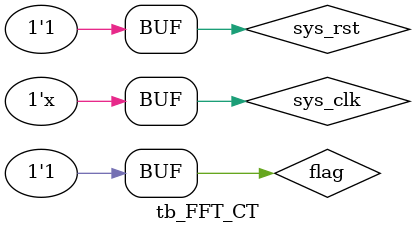
<source format=v>
`timescale 1ns/1ns 
module tb_FFT_CT();
reg     sys_clk     ;
reg     sys_rst     ;
reg     flag        ;



initial  
    begin
        sys_clk <=1'b1;
        sys_rst <=1'b0;
        #20
        sys_rst <=1'b1;
        flag <=1'b0;
        #200
        flag    <=1'b1;
        
        

    end 

always #10 sys_clk <=~sys_clk;





FFT_CT FFT_CT_inst
(
    .sys_clk     (sys_clk) ,       //系统时钟50M
    .sys_rst     (sys_rst) ,
    .mix_signal  () ,       //ADC采集的数据
    .adc_flag    (flag) ,       //数据推送标志位
    
    .updata_flag () ,       //数据更新标志位 
    .address     ()         //ADC数据的地址位
    

);






endmodule  


</source>
